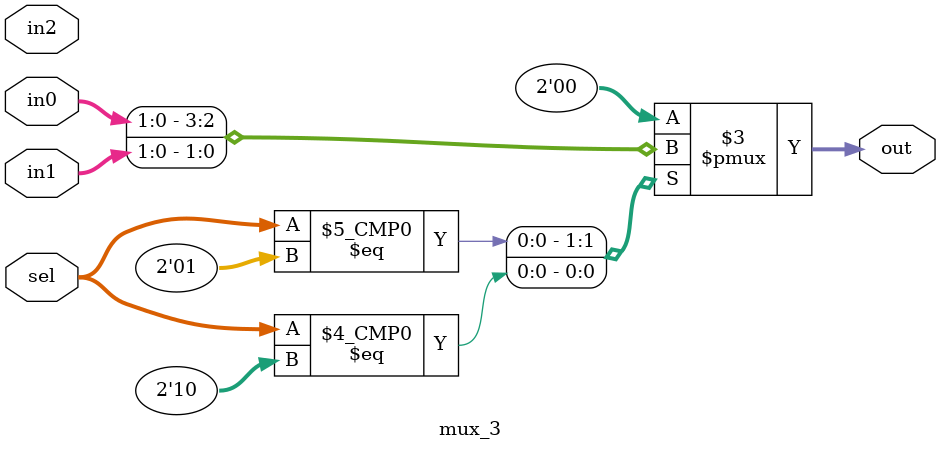
<source format=sv>
module mux_1 #(parameter WIDTH = 6) (
    input wire [WIDTH-1:0] in0,
    input wire [WIDTH-1:0] in1,
    input wire sel,
    output wire [WIDTH-1:0] out
);
    assign out = (sel) ? in1 : in0;
endmodule

module mux_2 #(parameter WIDTH = 2) (
    input wire [WIDTH-1:0] in0,
    input wire [WIDTH-1:0] in1,
    input wire sel,
    output wire [WIDTH-1:0] out
);
    assign out = (sel) ? in1 : in0;
endmodule

module mux_3 #(parameter WIDTH = 8) (
    input wire [WIDTH-1:0] in0,
    input wire [WIDTH-1:0] in1,
    input wire [WIDTH-1:0] in2,
    input wire [1:0] sel,  // Select one slave's data based on decoder output
    output reg [1:0] out
);
    always @(*) begin
        case (sel)
            3'b001: out = in0;  // Slave 0
            3'b010: out = in1;  // Slave 1
            3'b100: out = in2;  // Slave 2
            default: out = {WIDTH{1'b0}};
        endcase
    end
endmodule

</source>
